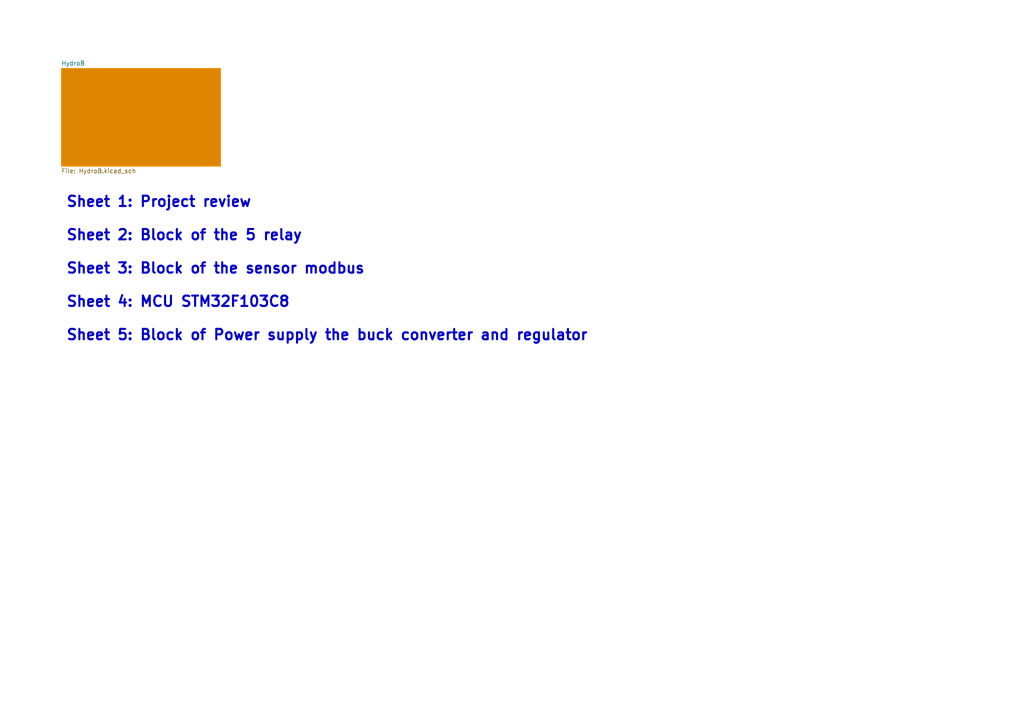
<source format=kicad_sch>
(kicad_sch
	(version 20231120)
	(generator "eeschema")
	(generator_version "8.0")
	(uuid "0a8bb8df-6bdd-4d10-933b-144d3fa4f517")
	(paper "A4")
	(lib_symbols)
	(text "Sheet 1: Project review \n\nSheet 2: Block of the 5 relay\n\nSheet 3: Block of the sensor modbus\n\nSheet 4: MCU STM32F103C8\n\nSheet 5: Block of Power supply the buck converter and regulator\n\n\n"
		(exclude_from_sim no)
		(at 19.05 56.896 0)
		(effects
			(font
				(size 3 3)
				(thickness 0.6)
				(bold yes)
			)
			(justify left top)
		)
		(uuid "303db453-ad8f-4ce9-9da8-215349d7b93e")
	)
	(sheet
		(at 17.78 19.812)
		(size 46.228 28.448)
		(fields_autoplaced yes)
		(stroke
			(width 0.1524)
			(type solid)
			(color 255 153 0 1)
		)
		(fill
			(color 221 133 0 1.0000)
		)
		(uuid "b5cea501-254b-4c6a-af47-d8c013c279ab")
		(property "Sheetname" "HydroB"
			(at 17.78 19.1004 0)
			(effects
				(font
					(size 1.27 1.27)
				)
				(justify left bottom)
			)
		)
		(property "Sheetfile" "HydroB.kicad_sch"
			(at 17.78 48.8446 0)
			(effects
				(font
					(size 1.27 1.27)
				)
				(justify left top)
			)
		)
		(instances
			(project "HydroB V2"
				(path "/0a8bb8df-6bdd-4d10-933b-144d3fa4f517"
					(page "1")
				)
			)
		)
	)
	(sheet_instances
		(path "/"
			(page "1")
		)
	)
)

</source>
